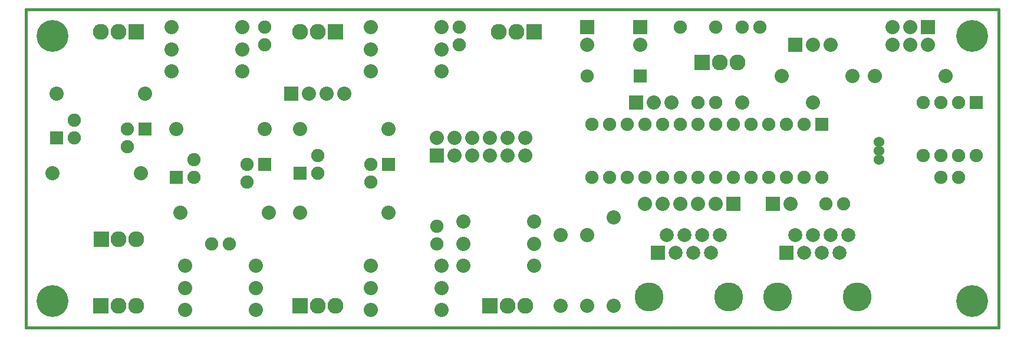
<source format=gts>
G04 (created by PCBNEW-RS274X (2012-01-19 BZR 3256)-stable) date 4/14/2012 10:50:54 AM*
G01*
G70*
G90*
%MOIN*%
G04 Gerber Fmt 3.4, Leading zero omitted, Abs format*
%FSLAX34Y34*%
G04 APERTURE LIST*
%ADD10C,0.006000*%
%ADD11C,0.015000*%
%ADD12R,0.075000X0.075000*%
%ADD13C,0.075000*%
%ADD14R,0.090000X0.090000*%
%ADD15C,0.090000*%
%ADD16C,0.080000*%
%ADD17R,0.080000X0.080000*%
%ADD18C,0.060000*%
%ADD19C,0.163700*%
%ADD20R,0.079100X0.079100*%
%ADD21C,0.079100*%
%ADD22C,0.180000*%
G04 APERTURE END LIST*
G54D10*
G54D11*
X00000Y-18000D02*
X00000Y00000D01*
X55000Y-18000D02*
X00000Y-18000D01*
X55000Y00000D02*
X55000Y-18000D01*
X00000Y00000D02*
X55000Y00000D01*
G54D12*
X13500Y-08750D03*
G54D13*
X12500Y-08750D03*
X12500Y-09750D03*
G54D12*
X06750Y-06750D03*
G54D13*
X05750Y-06750D03*
X05750Y-07750D03*
G54D12*
X01750Y-07250D03*
G54D13*
X02750Y-07250D03*
X02750Y-06250D03*
G54D12*
X20500Y-08750D03*
G54D13*
X19500Y-08750D03*
X19500Y-09750D03*
G54D12*
X08500Y-09500D03*
G54D13*
X09500Y-09500D03*
X09500Y-08500D03*
G54D12*
X15500Y-09250D03*
G54D13*
X16500Y-09250D03*
X16500Y-08250D03*
G54D14*
X15500Y-16750D03*
G54D15*
X16500Y-16750D03*
X17500Y-16750D03*
G54D14*
X06250Y-01250D03*
G54D15*
X05250Y-01250D03*
X04250Y-01250D03*
G54D14*
X26250Y-16750D03*
G54D15*
X27250Y-16750D03*
X28250Y-16750D03*
G54D14*
X28750Y-01250D03*
G54D15*
X27750Y-01250D03*
X26750Y-01250D03*
G54D14*
X04250Y-16750D03*
G54D15*
X05250Y-16750D03*
X06250Y-16750D03*
G54D14*
X17500Y-01250D03*
G54D15*
X16500Y-01250D03*
X15500Y-01250D03*
G54D16*
X20500Y-06750D03*
X15500Y-06750D03*
X15500Y-11500D03*
X20500Y-11500D03*
X13500Y-06750D03*
X08500Y-06750D03*
X06500Y-09250D03*
X01500Y-09250D03*
X33250Y-16750D03*
X33250Y-11750D03*
X01750Y-04750D03*
X06750Y-04750D03*
X08750Y-11500D03*
X13750Y-11500D03*
G54D15*
X06234Y-13000D03*
X05250Y-13000D03*
G54D14*
X04266Y-13000D03*
G54D17*
X23250Y-08250D03*
G54D16*
X23250Y-07250D03*
X24250Y-08250D03*
X24250Y-07250D03*
X25250Y-08250D03*
X25250Y-07250D03*
X26250Y-08250D03*
X26250Y-07250D03*
X27250Y-08250D03*
X27250Y-07250D03*
X28250Y-08250D03*
X28250Y-07250D03*
G54D17*
X51000Y-01000D03*
G54D16*
X51000Y-02000D03*
X50000Y-01000D03*
X50000Y-02000D03*
X49000Y-01000D03*
X49000Y-02000D03*
G54D17*
X34500Y-05250D03*
G54D16*
X35500Y-05250D03*
X36500Y-05250D03*
G54D17*
X31750Y-01000D03*
G54D16*
X31750Y-02000D03*
G54D17*
X34750Y-01000D03*
G54D16*
X34750Y-02000D03*
G54D17*
X42250Y-11000D03*
G54D16*
X43250Y-11000D03*
G54D17*
X40000Y-11000D03*
G54D16*
X39000Y-11000D03*
X38000Y-11000D03*
X37000Y-11000D03*
X36000Y-11000D03*
X35000Y-11000D03*
G54D12*
X53750Y-05250D03*
G54D13*
X52750Y-05250D03*
X51750Y-05250D03*
X50750Y-05250D03*
X50750Y-08250D03*
X51750Y-08250D03*
X52750Y-08250D03*
X53750Y-08250D03*
X44000Y-06500D03*
X43000Y-06500D03*
X42000Y-06500D03*
X41000Y-06500D03*
X40000Y-06500D03*
X39000Y-06500D03*
X38000Y-06500D03*
X37000Y-06500D03*
X36000Y-06500D03*
X35000Y-06500D03*
X34000Y-06500D03*
X33000Y-06500D03*
X32000Y-06500D03*
G54D12*
X45000Y-06500D03*
G54D13*
X32000Y-09500D03*
X33000Y-09500D03*
X34000Y-09500D03*
X35000Y-09500D03*
X36000Y-09500D03*
X37000Y-09500D03*
X38000Y-09500D03*
X39000Y-09500D03*
X40000Y-09500D03*
X41000Y-09500D03*
X42000Y-09500D03*
X43000Y-09500D03*
X44000Y-09500D03*
X45000Y-09500D03*
G54D12*
X34750Y-03750D03*
G54D13*
X31750Y-03750D03*
X45250Y-11000D03*
X46250Y-11000D03*
X23250Y-13250D03*
X23250Y-12250D03*
X24500Y-01000D03*
X24500Y-02000D03*
X13500Y-01000D03*
X13500Y-02000D03*
X11500Y-13250D03*
X10500Y-13250D03*
X52750Y-09500D03*
X51750Y-09500D03*
X38000Y-05250D03*
X39000Y-05250D03*
G54D18*
X48250Y-07500D03*
X48250Y-08500D03*
X48250Y-08000D03*
G54D19*
X47000Y-16250D03*
X42500Y-16250D03*
G54D20*
X43000Y-13750D03*
G54D21*
X43500Y-12750D03*
X44000Y-13750D03*
X44500Y-12750D03*
X45000Y-13750D03*
X45500Y-12750D03*
X46000Y-13750D03*
X46500Y-12750D03*
G54D19*
X39750Y-16250D03*
X35250Y-16250D03*
G54D20*
X35750Y-13750D03*
G54D21*
X36250Y-12750D03*
X36750Y-13750D03*
X37250Y-12750D03*
X37750Y-13750D03*
X38250Y-12750D03*
X38750Y-13750D03*
X39250Y-12750D03*
G54D13*
X37000Y-01000D03*
X39000Y-01000D03*
X41500Y-01000D03*
X40500Y-01000D03*
G54D16*
X30250Y-16750D03*
X30250Y-12750D03*
X48000Y-03750D03*
X52000Y-03750D03*
X31750Y-16750D03*
X31750Y-12750D03*
X12250Y-03500D03*
X08250Y-03500D03*
X23500Y-14500D03*
X19500Y-14500D03*
X13000Y-17000D03*
X09000Y-17000D03*
X09000Y-15750D03*
X13000Y-15750D03*
X12250Y-01000D03*
X08250Y-01000D03*
X08250Y-02250D03*
X12250Y-02250D03*
X23500Y-01000D03*
X19500Y-01000D03*
X19500Y-02250D03*
X23500Y-02250D03*
X23500Y-17000D03*
X19500Y-17000D03*
X19500Y-15750D03*
X23500Y-15750D03*
X28750Y-13250D03*
X24750Y-13250D03*
X28750Y-12000D03*
X24750Y-12000D03*
X40500Y-05250D03*
X44500Y-05250D03*
X42750Y-03750D03*
X46750Y-03750D03*
X23500Y-03500D03*
X19500Y-03500D03*
X13000Y-14500D03*
X09000Y-14500D03*
X28750Y-14500D03*
X24750Y-14500D03*
G54D14*
X38250Y-03000D03*
G54D15*
X39250Y-03000D03*
X40250Y-03000D03*
G54D17*
X15000Y-04750D03*
G54D16*
X16000Y-04750D03*
X17000Y-04750D03*
X18000Y-04750D03*
G54D17*
X43500Y-02000D03*
G54D16*
X44500Y-02000D03*
X45500Y-02000D03*
G54D22*
X01500Y-01500D03*
X53500Y-01500D03*
X53500Y-16500D03*
X01500Y-16500D03*
M02*

</source>
